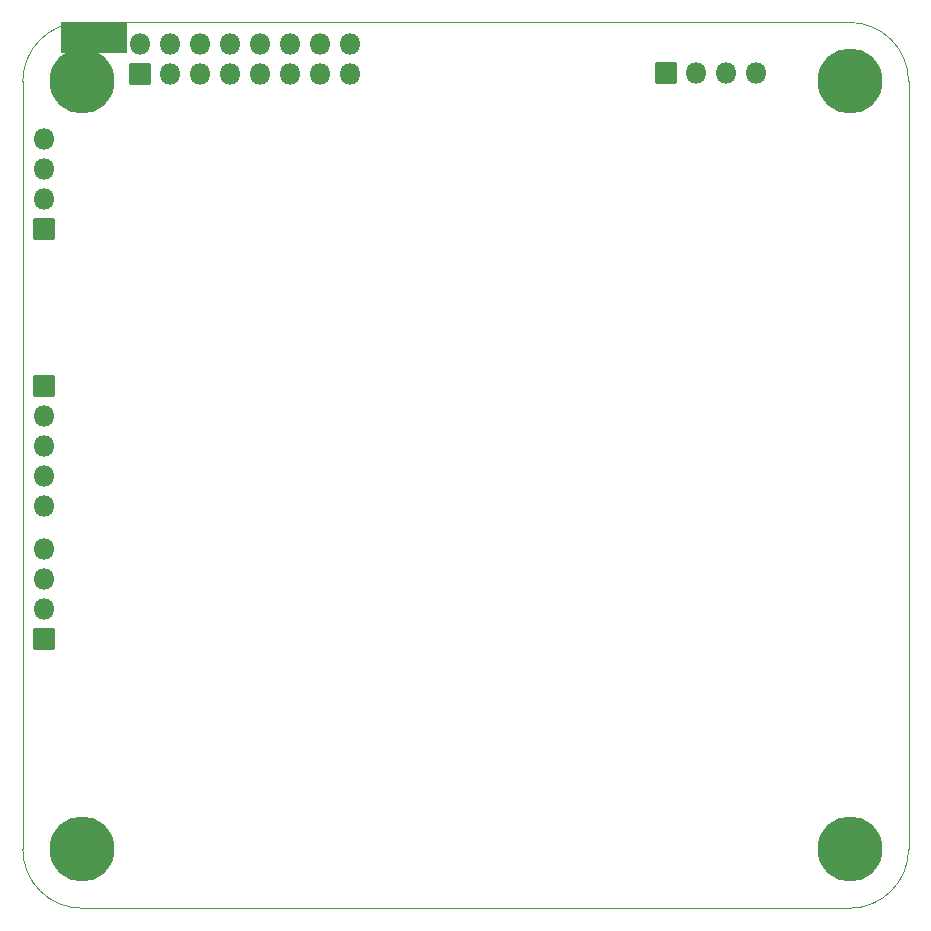
<source format=gbs>
%TF.GenerationSoftware,KiCad,Pcbnew,6.0.4-6f826c9f35~116~ubuntu20.04.1*%
%TF.CreationDate,2022-03-31T23:30:21+02:00*%
%TF.ProjectId,eval_board_tmc6200-ta,6576616c-5f62-46f6-9172-645f746d6336,rev?*%
%TF.SameCoordinates,Original*%
%TF.FileFunction,Soldermask,Bot*%
%TF.FilePolarity,Negative*%
%FSLAX46Y46*%
G04 Gerber Fmt 4.6, Leading zero omitted, Abs format (unit mm)*
G04 Created by KiCad (PCBNEW 6.0.4-6f826c9f35~116~ubuntu20.04.1) date 2022-03-31 23:30:21*
%MOMM*%
%LPD*%
G01*
G04 APERTURE LIST*
G04 Aperture macros list*
%AMRoundRect*
0 Rectangle with rounded corners*
0 $1 Rounding radius*
0 $2 $3 $4 $5 $6 $7 $8 $9 X,Y pos of 4 corners*
0 Add a 4 corners polygon primitive as box body*
4,1,4,$2,$3,$4,$5,$6,$7,$8,$9,$2,$3,0*
0 Add four circle primitives for the rounded corners*
1,1,$1+$1,$2,$3*
1,1,$1+$1,$4,$5*
1,1,$1+$1,$6,$7*
1,1,$1+$1,$8,$9*
0 Add four rect primitives between the rounded corners*
20,1,$1+$1,$2,$3,$4,$5,0*
20,1,$1+$1,$4,$5,$6,$7,0*
20,1,$1+$1,$6,$7,$8,$9,0*
20,1,$1+$1,$8,$9,$2,$3,0*%
G04 Aperture macros list end*
%ADD10C,0.010000*%
%TA.AperFunction,Profile*%
%ADD11C,0.100000*%
%TD*%
%ADD12RoundRect,0.050000X0.850000X-0.850000X0.850000X0.850000X-0.850000X0.850000X-0.850000X-0.850000X0*%
%ADD13O,1.800000X1.800000*%
%ADD14C,3.200000*%
%ADD15C,5.500000*%
%ADD16RoundRect,0.050000X-0.850000X-0.850000X0.850000X-0.850000X0.850000X0.850000X-0.850000X0.850000X0*%
%ADD17RoundRect,0.050000X0.850000X0.850000X-0.850000X0.850000X-0.850000X-0.850000X0.850000X-0.850000X0*%
G04 APERTURE END LIST*
D10*
G36*
X22728000Y-123145000D02*
G01*
X17228000Y-123145000D01*
X17228000Y-120645000D01*
X22728000Y-120645000D01*
X22728000Y-123145000D01*
G37*
X22728000Y-123145000D02*
X17228000Y-123145000D01*
X17228000Y-120645000D01*
X22728000Y-120645000D01*
X22728000Y-123145000D01*
D11*
X13978000Y-190645000D02*
G75*
G03*
X18978000Y-195645000I5000000J0D01*
G01*
X83978000Y-195645000D02*
G75*
G03*
X88978000Y-190645000I0J5000000D01*
G01*
X18978000Y-120645000D02*
G75*
G03*
X13978000Y-125645000I0J-5000000D01*
G01*
X88978000Y-125645000D02*
G75*
G03*
X83978000Y-120645000I-5000000J0D01*
G01*
X18978000Y-120645000D02*
X83978000Y-120645000D01*
X13978000Y-190645000D02*
X13978000Y-125645000D01*
X83978000Y-195645000D02*
X18978000Y-195645000D01*
X88978000Y-125645000D02*
X88978000Y-190645000D01*
D10*
G36*
X22728000Y-123145000D02*
G01*
X17228000Y-123145000D01*
X17228000Y-120645000D01*
X22728000Y-120645000D01*
X22728000Y-123145000D01*
G37*
X22728000Y-123145000D02*
X17228000Y-123145000D01*
X17228000Y-120645000D01*
X22728000Y-120645000D01*
X22728000Y-123145000D01*
D11*
X13978000Y-190645000D02*
G75*
G03*
X18978000Y-195645000I5000000J0D01*
G01*
X83978000Y-195645000D02*
G75*
G03*
X88978000Y-190645000I0J5000000D01*
G01*
X18978000Y-120645000D02*
G75*
G03*
X13978000Y-125645000I0J-5000000D01*
G01*
X88978000Y-125645000D02*
G75*
G03*
X83978000Y-120645000I-5000000J0D01*
G01*
X18978000Y-120645000D02*
X83978000Y-120645000D01*
X13978000Y-190645000D02*
X13978000Y-125645000D01*
X83978000Y-195645000D02*
X18978000Y-195645000D01*
X88978000Y-125645000D02*
X88978000Y-190645000D01*
D12*
X23928000Y-125045000D03*
D13*
X23928000Y-122505000D03*
X26468000Y-125045000D03*
X26468000Y-122505000D03*
X29008000Y-125045000D03*
X29008000Y-122505000D03*
X31548000Y-125045000D03*
X31548000Y-122505000D03*
X34088000Y-125045000D03*
X34088000Y-122505000D03*
X36628000Y-125045000D03*
X36628000Y-122505000D03*
X39168000Y-125045000D03*
X39168000Y-122505000D03*
X41708000Y-125045000D03*
X41708000Y-122505000D03*
D14*
X83978000Y-190645000D03*
D15*
X83978000Y-190645000D03*
D12*
X68453000Y-124895000D03*
D13*
X70993000Y-124895000D03*
X73533000Y-124895000D03*
X76073000Y-124895000D03*
D16*
X15803000Y-151470000D03*
D13*
X15803000Y-154010000D03*
X15803000Y-156550000D03*
X15803000Y-159090000D03*
X15803000Y-161630000D03*
D17*
X15803000Y-138145000D03*
D13*
X15803000Y-135605000D03*
X15803000Y-133065000D03*
X15803000Y-130525000D03*
D14*
X83978000Y-125645000D03*
D15*
X83978000Y-125645000D03*
D14*
X18978000Y-125645000D03*
D15*
X18978000Y-125645000D03*
D17*
X15803000Y-172870000D03*
D13*
X15803000Y-170330000D03*
X15803000Y-167790000D03*
X15803000Y-165250000D03*
D14*
X18978000Y-190645000D03*
D15*
X18978000Y-190645000D03*
M02*

</source>
